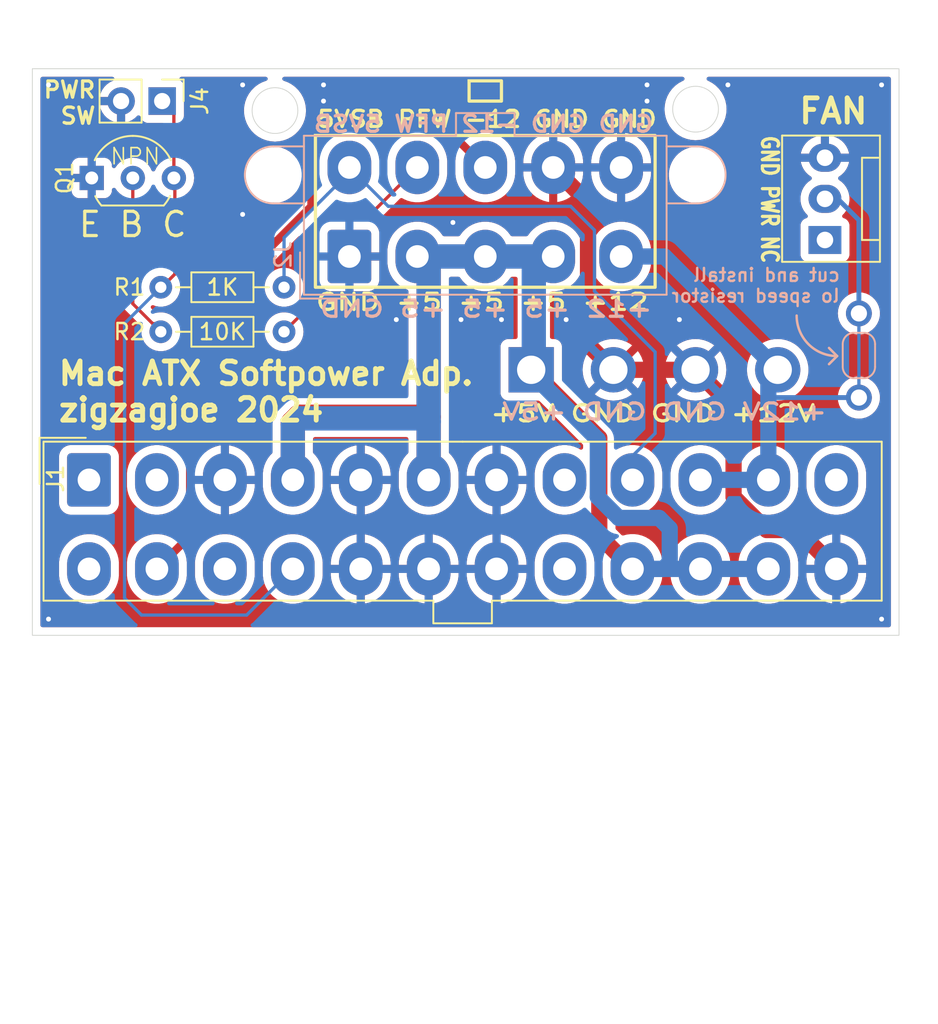
<source format=kicad_pcb>
(kicad_pcb (version 20240108) (generator "pcbnew") (generator_version "8.0")
  (layers (0 "F.Cu" signal) (31 "B.Cu" signal) (34 "B.Paste" user) (35 "F.Paste" user) (36 "B.SilkS" user "B.Silkscreen") (37 "F.SilkS" user "F.Silkscreen") (38 "B.Mask" user) (39 "F.Mask" user) (44 "Edge.Cuts" user))
  (net 0 "")
  (net 2 "/5VSB")
  (net 3 "GND")
  (net 4 "+5V")
  (net 5 "+12V")
  (net 7 "/PS_ON")
  (net 11 "-12V")
  (net 13 "/{slash}PFW")
  (net 14 "Net-(Q1-B)")
  (net 16 "Net-(JR3-A)")
  (footprint "Resistor_THT:R_Axial_DIN0204_L3.6mm_D1.6mm_P7.62mm_Horizontal" (layer "F.Cu") (at 121.94 73.25)
    (property "Reference" "R2" (at -1.94 0 360) (layer "F.SilkS"))
    (property "Value" "10K" (at 3.81 0 360) (layer "F.SilkS"))
    (fp_line (start 0.94 0) (end 1.89 0) (stroke (width 0.12)) (layer "F.SilkS"))
    (fp_line (start 1.89 -0.92) (end 1.89 0.92) (stroke (width 0.12)) (layer "F.SilkS"))
    (fp_line (start 1.89 0.92) (end 5.73 0.92) (stroke (width 0.12)) (layer "F.SilkS"))
    (fp_line (start 5.73 -0.92) (end 1.89 -0.92) (stroke (width 0.12)) (layer "F.SilkS"))
    (fp_line (start 5.73 0.92) (end 5.73 -0.92) (stroke (width 0.12)) (layer "F.SilkS"))
    (fp_line (start 6.68 0) (end 5.73 0) (stroke (width 0.12)) (layer "F.SilkS"))
    (pad "1" thru_hole circle (at 0 0) (size 1.4 1.4) (drill 0.7) (layers "*.Cu" "*.Mask") (net 14 "Net-(Q1-B)"))
    (pad "2" thru_hole oval (at 7.62 0) (size 1.4 1.4) (drill 0.7) (layers "*.Cu" "*.Mask") (net 13 "/{slash}PFW"))
  )
  (footprint "Package_TO_SOT_THT:TO-92L_Inline_Wide" (layer "F.Cu") (at 117.67 63.75)
    (property "Reference" "Q1" (at -1.67 0 90) (layer "F.SilkS"))
    (property "Value" "Q_NPN_EBC")
    (fp_line (start 0.6 1.7) (end 4.45 1.7) (stroke (width 0.12)) (layer "F.SilkS"))
    (fp_arc (start 0.1836 -1.098807) (mid 1.143021 -2.192817) (end 2.54 -2.6) (stroke (width 0.12)) (layer "F.SilkS"))
    (fp_arc (start 0.6 1.7) (mid 0.389183 1.423933) (end 0.217369 1.122045) (stroke (width 0.12)) (layer "F.SilkS"))
    (fp_arc (start 2.54 -2.6) (mid 3.936979 -2.192818) (end 4.8964 -1.098807) (stroke (width 0.12)) (layer "F.SilkS"))
    (fp_arc (start 4.842383 1.112264) (mid 4.666594 1.419753) (end 4.45 1.7) (stroke (width 0.12)) (layer "F.SilkS"))
    (pad "1" thru_hole rect (at 0 0) (size 1.5 1.5) (drill 0.8) (layers "*.Cu" "*.Mask") (net 3 "GND"))
    (pad "2" thru_hole circle (at 2.54 0) (size 1.5 1.5) (drill 0.8) (layers "*.Cu" "*.Mask") (net 14 "Net-(Q1-B)"))
    (pad "3" thru_hole circle (at 5.08 0) (size 1.5 1.5) (drill 0.8) (layers "*.Cu" "*.Mask") (net 7 "/PS_ON"))
  )
  (footprint "Connector:FanPinHeader_1x03_P2.54mm_Vertical" (layer "F.Cu") (at 163 67.58 90)
    (property "Reference" "M1")
    (property "Value" "Fan_3pin")
    (fp_line (start 6.45 -2.65) (end 6.45 3.4) (stroke (width 0.12)) (layer "F.SilkS"))
    (fp_line (start -1.35 -2.65) (end 6.45 -2.65) (stroke (width 0.12)) (layer "F.SilkS"))
    (fp_line (start 5.08 2.29) (end 5.08 3.3) (stroke (width 0.12)) (layer "F.SilkS"))
    (fp_line (start 0 2.29) (end 5.08 2.29) (stroke (width 0.12)) (layer "F.SilkS"))
    (fp_line (start 0 3.3) (end 0 2.29) (stroke (width 0.12)) (layer "F.SilkS"))
    (fp_line (start 6.45 3.4) (end -1.35 3.4) (stroke (width 0.12)) (layer "F.SilkS"))
    (fp_line (start -1.35 3.4) (end -1.35 -2.65) (stroke (width 0.12)) (layer "F.SilkS"))
    (pad "1" thru_hole rect (at 0 0 180) (size 2.03 1.73) (drill 1.02) (layers "*.Cu" "*.Mask"))
    (pad "2" thru_hole oval (at 2.54 0 180) (size 2.03 1.73) (drill 1.02) (layers "*.Cu" "*.Mask") (net 16 "Net-(JR3-A)"))
    (pad "3" thru_hole oval (at 5.08 0 180) (size 2.03 1.73) (drill 1.02) (layers "*.Cu" "*.Mask") (net 3 "GND"))
  )
  (footprint "Resistor_THT:R_Axial_DIN0204_L3.6mm_D1.6mm_P7.62mm_Horizontal" (layer "F.Cu") (at 129.56 70.5 180)
    (property "Reference" "R1" (at 9.56 0 360) (layer "F.SilkS"))
    (property "Value" "1K" (at 3.81 0 360) (layer "F.SilkS"))
    (fp_line (start 6.68 0) (end 5.73 0) (stroke (width 0.12)) (layer "F.SilkS"))
    (fp_line (start 5.73 0.92) (end 5.73 -0.92) (stroke (width 0.12)) (layer "F.SilkS"))
    (fp_line (start 5.73 -0.92) (end 1.89 -0.92) (stroke (width 0.12)) (layer "F.SilkS"))
    (fp_line (start 1.89 0.92) (end 5.73 0.92) (stroke (width 0.12)) (layer "F.SilkS"))
    (fp_line (start 1.89 -0.92) (end 1.89 0.92) (stroke (width 0.12)) (layer "F.SilkS"))
    (fp_line (start 0.94 0) (end 1.89 0) (stroke (width 0.12)) (layer "F.SilkS"))
    (pad "1" thru_hole circle (at 0 0 180) (size 1.4 1.4) (drill 0.7) (layers "*.Cu" "*.Mask") (net 2 "/5VSB"))
    (pad "2" thru_hole oval (at 7.62 0 180) (size 1.4 1.4) (drill 0.7) (layers "*.Cu" "*.Mask") (net 7 "/PS_ON"))
  )
  (footprint "Connector_Samtec_HPM_THT:Samtec_HPM-04-05-x-S_Straight_1x04_Pitch5.08mm" (layer "F.Cu") (at 144.84 75.6 90)
    (property "Reference" "J3")
    (property "Value" "Conn_01x04_Pin")
    (pad "1" thru_hole rect (at 0 0 90) (size 2.8 2.8) (drill 1.75) (layers "*.Cu" "*.Mask") (net 4 "+5V"))
    (pad "2" thru_hole circle (at 0 5.08 90) (size 2.8 2.8) (drill 1.75) (layers "*.Cu" "*.Mask") (net 3 "GND"))
    (pad "3" thru_hole circle (at 0 10.16 90) (size 2.8 2.8) (drill 1.75) (layers "*.Cu" "*.Mask") (net 3 "GND"))
    (pad "4" thru_hole circle (at 0 15.24 90) (size 2.8 2.8) (drill 1.75) (layers "*.Cu" "*.Mask") (net 5 "+12V"))
  )
  (footprint "Connector_Molex:Molex_Mini-Fit_Jr_5566-24A_2x12_P4.20mm_Vertical" (layer "F.Cu") (at 117.5 82.4)
    (property "Reference" "J1" (at -2.060773 -0.080323 90) (layer "F.SilkS"))
    (property "Value" "Conn_02x12_Top_Bottom")
    (fp_line (start -3.05 -2.6) (end -3.05 0.25) (stroke (width 0.12)) (layer "F.SilkS"))
    (fp_line (start -2.81 -2.36) (end -2.81 7.46) (stroke (width 0.12)) (layer "F.SilkS"))
    (fp_line (start -2.81 7.46) (end 21.29 7.46) (stroke (width 0.12)) (layer "F.SilkS"))
    (fp_line (start -0.2 -2.6) (end -3.05 -2.6) (stroke (width 0.12)) (layer "F.SilkS"))
    (fp_line (start 21.29 7.46) (end 21.29 8.86) (stroke (width 0.12)) (layer "F.SilkS"))
    (fp_line (start 21.29 8.86) (end 23.1 8.86) (stroke (width 0.12)) (layer "F.SilkS"))
    (fp_line (start 23.1 -2.36) (end -2.81 -2.36) (stroke (width 0.12)) (layer "F.SilkS"))
    (fp_line (start 23.1 -2.36) (end 49.01 -2.36) (stroke (width 0.12)) (layer "F.SilkS"))
    (fp_line (start 24.91 7.46) (end 24.91 8.86) (stroke (width 0.12)) (layer "F.SilkS"))
    (fp_line (start 24.91 8.86) (end 23.1 8.86) (stroke (width 0.12)) (layer "F.SilkS"))
    (fp_line (start 49.01 -2.36) (end 49.01 7.46) (stroke (width 0.12)) (layer "F.SilkS"))
    (fp_line (start 49.01 7.46) (end 24.91 7.46) (stroke (width 0.12)) (layer "F.SilkS"))
    (pad "1" thru_hole roundrect (at 0 0) (size 2.7 3.3) (drill 1.4) (layers "*.Cu" "*.Mask") (roundrect_rratio 0.092593))
    (pad "2" thru_hole oval (at 4.2 0) (size 2.7 3.3) (drill 1.4) (layers "*.Cu" "*.Mask"))
    (pad "3" thru_hole oval (at 8.4 0) (size 2.7 3.3) (drill 1.4) (layers "*.Cu" "*.Mask") (net 3 "GND"))
    (pad "4" thru_hole oval (at 12.6 0) (size 2.7 3.3) (drill 1.4) (layers "*.Cu" "*.Mask") (net 4 "+5V"))
    (pad "5" thru_hole oval (at 16.8 0) (size 2.7 3.3) (drill 1.4) (layers "*.Cu" "*.Mask") (net 3 "GND"))
    (pad "6" thru_hole oval (at 21 0) (size 2.7 3.3) (drill 1.4) (layers "*.Cu" "*.Mask") (net 4 "+5V"))
    (pad "7" thru_hole oval (at 25.2 0) (size 2.7 3.3) (drill 1.4) (layers "*.Cu" "*.Mask") (net 3 "GND"))
    (pad "8" thru_hole oval (at 29.4 0) (size 2.7 3.3) (drill 1.4) (layers "*.Cu" "*.Mask"))
    (pad "9" thru_hole oval (at 33.6 0) (size 2.7 3.3) (drill 1.4) (layers "*.Cu" "*.Mask") (net 2 "/5VSB"))
    (pad "10" thru_hole oval (at 37.8 0) (size 2.7 3.3) (drill 1.4) (layers "*.Cu" "*.Mask") (net 5 "+12V"))
    (pad "11" thru_hole oval (at 42 0) (size 2.7 3.3) (drill 1.4) (layers "*.Cu" "*.Mask") (net 5 "+12V"))
    (pad "12" thru_hole oval (at 46.2 0) (size 2.7 3.3) (drill 1.4) (layers "*.Cu" "*.Mask"))
    (pad "13" thru_hole oval (at 0 5.5) (size 2.7 3.3) (drill 1.4) (layers "*.Cu" "*.Mask"))
    (pad "14" thru_hole oval (at 4.2 5.5) (size 2.7 3.3) (drill 1.4) (layers "*.Cu" "*.Mask") (net 11 "-12V"))
    (pad "15" thru_hole oval (at 8.4 5.5) (size 2.7 3.3) (drill 1.4) (layers "*.Cu" "*.Mask"))
    (pad "16" thru_hole oval (at 12.6 5.5) (size 2.7 3.3) (drill 1.4) (layers "*.Cu" "*.Mask") (net 7 "/PS_ON"))
    (pad "17" thru_hole oval (at 16.8 5.5) (size 2.7 3.3) (drill 1.4) (layers "*.Cu" "*.Mask") (net 3 "GND"))
    (pad "18" thru_hole oval (at 21 5.5) (size 2.7 3.3) (drill 1.4) (layers "*.Cu" "*.Mask") (net 3 "GND"))
    (pad "19" thru_hole oval (at 25.2 5.5) (size 2.7 3.3) (drill 1.4) (layers "*.Cu" "*.Mask") (net 3 "GND"))
    (pad "20" thru_hole oval (at 29.4 5.5) (size 2.7 3.3) (drill 1.4) (layers "*.Cu" "*.Mask"))
    (pad "21" thru_hole oval (at 33.6 5.5) (size 2.7 3.3) (drill 1.4) (layers "*.Cu" "*.Mask") (net 4 "+5V"))
    (pad "22" thru_hole oval (at 37.8 5.5) (size 2.7 3.3) (drill 1.4) (layers "*.Cu" "*.Mask") (net 4 "+5V"))
    (pad "23" thru_hole oval (at 42 5.5) (size 2.7 3.3) (drill 1.4) (layers "*.Cu" "*.Mask") (net 4 "+5V"))
    (pad "24" thru_hole oval (at 46.2 5.5) (size 2.7 3.3) (drill 1.4) (layers "*.Cu" "*.Mask") (net 3 "GND"))
  )
  (footprint "Connector_PinHeader_2.54mm:PinHeader_1x02_P2.54mm_Vertical" (layer "F.Cu") (at 122.025 59 -90)
    (property "Reference" "J4" (at 0 -2.33 90) (layer "F.SilkS"))
    (property "Value" "Conn_01x02_Pin")
    (fp_line (start -1.33 3.87) (end 1.33 3.87) (stroke (width 0.12)) (layer "F.SilkS"))
    (fp_line (start -1.33 1.27) (end -1.33 3.87) (stroke (width 0.12)) (layer "F.SilkS"))
    (fp_line (start -1.33 1.27) (end 1.33 1.27) (stroke (width 0.12)) (layer "F.SilkS"))
    (fp_line (start 1.33 1.27) (end 1.33 3.87) (stroke (width 0.12)) (layer "F.SilkS"))
    (fp_line (start -1.33 0) (end -1.33 -1.33) (stroke (width 0.12)) (layer "F.SilkS"))
    (fp_line (start -1.33 -1.33) (end 0 -1.33) (stroke (width 0.12)) (layer "F.SilkS"))
    (pad "1" thru_hole rect (at 0 0 270) (size 1.7 1.7) (drill 1) (layers "*.Cu" "*.Mask") (net 7 "/PS_ON"))
    (pad "2" thru_hole oval (at 0 2.54 270) (size 1.7 1.7) (drill 1) (layers "*.Cu" "*.Mask") (net 3 "GND"))
  )
  (footprint "Connector_Molex:Molex_Mini-Fit_Jr_5566-10A2_2x05_P4.20mm_Vertical" (layer "B.Cu") (at 133.6 68.6)
    (property "Reference" "J2" (at -4.1 -0.1 90) (layer "B.SilkS") (effects (justify mirror)))
    (property "Value" "Conn_02x05_Top_Bottom")
    (fp_line (start -3.05 -0.25) (end -3.05 2.6) (stroke (width 0.12)) (layer "B.SilkS"))
    (fp_line (start -3.05 2.6) (end -0.2 2.6) (stroke (width 0.12)) (layer "B.SilkS"))
    (fp_line (start -2.81 -7.46) (end -2.81 2.36) (stroke (width 0.12)) (layer "B.SilkS"))
    (fp_line (start -2.81 -6.8) (end -4.7 -6.8) (stroke (width 0.12)) (layer "B.SilkS"))
    (fp_line (start -2.81 -3.28) (end -4.7 -3.28) (stroke (width 0.12)) (layer "B.SilkS"))
    (fp_line (start -2.81 2.36) (end 8.4 2.36) (stroke (width 0.12)) (layer "B.SilkS"))
    (fp_line (start 6.59 -8.86) (end 6.59 -7.46) (stroke (width 0.12)) (layer "B.SilkS"))
    (fp_line (start 6.59 -7.46) (end -2.81 -7.46) (stroke (width 0.12)) (layer "B.SilkS"))
    (fp_line (start 8.4 -8.86) (end 6.59 -8.86) (stroke (width 0.12)) (layer "B.SilkS"))
    (fp_line (start 8.4 -8.86) (end 10.21 -8.86) (stroke (width 0.12)) (layer "B.SilkS"))
    (fp_line (start 10.21 -8.86) (end 10.21 -7.46) (stroke (width 0.12)) (layer "B.SilkS"))
    (fp_line (start 10.21 -7.46) (end 19.61 -7.46) (stroke (width 0.12)) (layer "B.SilkS"))
    (fp_line (start 19.61 -7.46) (end 19.61 2.36) (stroke (width 0.12)) (layer "B.SilkS"))
    (fp_line (start 19.61 -6.8) (end 21.5 -6.8) (stroke (width 0.12)) (layer "B.SilkS"))
    (fp_line (start 19.61 -3.28) (end 21.5 -3.28) (stroke (width 0.12)) (layer "B.SilkS"))
    (fp_line (start 19.61 2.36) (end 8.4 2.36) (stroke (width 0.12)) (layer "B.SilkS"))
    (fp_arc (start -4.7 -3.28) (mid -6.46 -5.04) (end -4.7 -6.8) (stroke (width 0.12)) (layer "B.SilkS"))
    (fp_arc (start 21.5 -6.8) (mid 23.26 -5.04) (end 21.5 -3.28) (stroke (width 0.12)) (layer "B.SilkS"))
    (pad "" np_thru_hole circle (at -4.7 -5.04) (size 3 3) (drill 3) (layers "*.Cu" "*.Mask"))
    (pad "" np_thru_hole circle (at 21.5 -5.04) (size 3 3) (drill 3) (layers "*.Cu" "*.Mask"))
    (pad "1" thru_hole roundrect (at 0 0) (size 2.7 3.3) (drill 1.4) (layers "*.Cu" "*.Mask") (roundrect_rratio 0.092593) (net 3 "GND"))
    (pad "2" thru_hole oval (at 4.2 0) (size 2.7 3.3) (drill 1.4) (layers "*.Cu" "*.Mask") (net 4 "+5V"))
    (pad "3" thru_hole oval (at 8.4 0) (size 2.7 3.3) (drill 1.4) (layers "*.Cu" "*.Mask") (net 4 "+5V"))
    (pad "4" thru_hole oval (at 12.6 0) (size 2.7 3.3) (drill 1.4) (layers "*.Cu" "*.Mask") (net 4 "+5V"))
    (pad "5" thru_hole oval (at 16.8 0) (size 2.7 3.3) (drill 1.4) (layers "*.Cu" "*.Mask") (net 5 "+12V"))
    (pad "6" thru_hole oval (at 0 -5.5) (size 2.7 3.3) (drill 1.4) (layers "*.Cu" "*.Mask") (net 2 "/5VSB"))
    (pad "7" thru_hole oval (at 4.2 -5.5) (size 2.7 3.3) (drill 1.4) (layers "*.Cu" "*.Mask") (net 13 "/{slash}PFW"))
    (pad "8" thru_hole oval (at 8.4 -5.5) (size 2.7 3.3) (drill 1.4) (layers "*.Cu" "*.Mask") (net 11 "-12V"))
    (pad "9" thru_hole oval (at 12.6 -5.5) (size 2.7 3.3) (drill 1.4) (layers "*.Cu" "*.Mask") (net 3 "GND"))
    (pad "10" thru_hole oval (at 16.8 -5.5) (size 2.7 3.3) (drill 1.4) (layers "*.Cu" "*.Mask") (net 3 "GND"))
  )
  (footprint "SockeBooster:SolderJumper-2 Bridged Resistor THT" (layer "B.Cu") (at 165.098028 74.615207 -90)
    (property "Reference" "JR3")
    (property "Value" "SolderJumper_2_Bridged")
    (fp_poly (pts (xy 1.95 0.1) (xy -1.75 0.1) (xy -1.75 -0.1) (xy 1.95 -0.1)) (fill solid) (layer "B.Cu"))
    (fp_line (start 0.8 1) (end -0.6 1) (stroke (width 0.12)) (layer "B.SilkS"))
    (fp_line (start -1.3 0.3) (end -1.3 -0.3) (stroke (width 0.12)) (layer "B.SilkS"))
    (fp_line (start 1.5 -0.3) (end 1.5 0.3) (stroke (width 0.12)) (layer "B.SilkS"))
    (fp_line (start -0.6 -1) (end 0.8 -1) (stroke (width 0.12)) (layer "B.SilkS"))
    (fp_arc (start -0.6 1) (mid -1.094975 0.794975) (end -1.3 0.3) (stroke (width 0.12)) (layer "B.SilkS"))
    (fp_arc (start 1.5 0.3) (mid 1.294975 0.794975) (end 0.8 1) (stroke (width 0.12)) (layer "B.SilkS"))
    (fp_arc (start -1.3 -0.3) (mid -1.094975 -0.794975) (end -0.6 -1) (stroke (width 0.12)) (layer "B.SilkS"))
    (fp_arc (start 0.8 -1) (mid 1.294975 -0.794975) (end 1.5 -0.3) (stroke (width 0.12)) (layer "B.SilkS"))
    (pad "1" thru_hole circle (at -2.5 0 270) (size 1.6 1.6) (drill 1) (layers "*.Cu" "*.Mask") (net 16 "Net-(JR3-A)"))
    (pad "2" thru_hole circle (at 2.7 0 270) (size 1.6 1.6) (drill 1) (layers "*.Cu" "*.Mask") (net 5 "+12V"))
  )
  (gr_line (start 163.75 74.75) (end 163.25 75.25) (stroke (width 0.153)) (layer "B.SilkS"))
  (gr_arc (start 163.75 74.75) (mid 161.982233 74.017767) (end 161.25 72.25) (stroke (width 0.153)) (layer "B.SilkS"))
  (gr_line (start 163.75 74.75) (end 163.25 74.25) (stroke (width 0.153)) (layer "B.SilkS"))
  (gr_rect (start 141 57.75) (end 143 59) (stroke (width 0.2)) (fill none) (layer "F.SilkS"))
  (gr_rect (start 131.5 61.125) (end 152.5 70.5) (stroke (width 0.2)) (fill none) (layer "F.SilkS"))
  (gr_circle (center 155 59.5) (end 156 60.5) (stroke (width 0.05)) (fill none) (layer "Edge.Cuts"))
  (gr_circle (center 129 59.585787) (end 130 60.585787) (stroke (width 0.05)) (fill none) (layer "Edge.Cuts"))
  (gr_rect (start 114 57) (end 167.576972 92) (stroke (width 0.05)) (fill none) (layer "Edge.Cuts"))
  (gr_text "+12V GND GND +5V" (at 163.25 78.775 0) (layer "B.SilkS") (effects (font (size 1 1.3) (thickness 0.2) (bold yes)) (justify left bottom mirror)))
  (gr_text "GND GND -12 PFW 5VSB" (at 152.5 61 0) (layer "B.SilkS") (effects (font (size 1 1.1) (thickness 0.2) (bold yes)) (justify left bottom mirror)))
  (gr_text "+12 +5 +5 +5 GND" (at 152.46 72.425 0) (layer "B.SilkS") (effects (font (size 1 1.3) (thickness 0.2) (bold yes)) (justify left bottom mirror)))
  (gr_text "cut and install\nlo speed resistor" (at 164 71.5 0) (layer "B.SilkS") (effects (font (size 0.8 0.8) (thickness 0.15) (bold yes)) (justify left bottom mirror)))
  (gr_text "5VSB PFW -12 GND GND" (at 131.5 60.7 0) (layer "F.SilkS") (effects (font (size 1 1.1) (thickness 0.2) (bold yes)) (justify left bottom)))
  (gr_text "GND PWR NC" (at 159 61.04 -90) (layer "F.SilkS") (effects (font (size 1 0.8) (thickness 0.2) (bold yes)) (justify left bottom)))
  (gr_text "E B C" (at 116.75 67.5 0) (layer "F.SilkS") (effects (font (size 1.5 1.5) (thickness 0.2) (bold yes)) (justify left bottom)))
  (gr_text "Mac ATX Softpower Adp.\nzigzagjoe 2024" (at 115.484182 78.896673 0) (layer "F.SilkS") (effects (font (size 1.4 1.4) (thickness 0.3) (bold yes)) (justify left bottom)))
  (gr_text "FAN" (at 161.25 60.5 0) (layer "F.SilkS") (effects (font (size 1.5 1.5) (thickness 0.3) (bold yes)) (justify left bottom)))
  (gr_text "GND +5 +5 +5 +12" (at 131.4 72 0) (layer "F.SilkS") (effects (font (size 1 1.3) (thickness 0.2) (bold yes)) (justify left bottom)))
  (gr_text "+5V GND GND +12V" (at 142.19 78.885 0) (layer "F.SilkS") (effects (font (size 1 1.3) (thickness 0.2) (bold yes)) (justify left bottom)))
  (gr_text "PWR\nSW" (at 118 60.5 0) (layer "F.SilkS") (effects (font (size 1 1) (thickness 0.2) (bold yes)) (justify right bottom)))
  (gr_text "NPN" (at 118.75 63 0) (layer "F.SilkS") (effects (font (size 1 1) (thickness 0.1)) (justify left bottom)))
  (segment (start 133.6 63.1) (end 133.6 63.4) (width 0.2) (layer "B.Cu") (net 2))
  (segment (start 148.75 66.972182) (end 147.277818 65.5) (width 0.2) (layer "B.Cu") (net 2))
  (segment (start 151.1 82.4) (end 151.1 80.923363) (width 0.2) (layer "B.Cu") (net 2))
  (segment (start 132.25 64.75) (end 129.56 67.44) (width 0.2) (layer "B.Cu") (net 2))
  (segment (start 151.1 80.923363) (end 152.5 79.523363) (width 0.2) (layer "B.Cu") (net 2))
  (segment (start 136 65.5) (end 133.6 63.1) (width 0.2) (layer "B.Cu") (net 2))
  (segment (start 147.277818 65.5) (end 136 65.5) (width 0.2) (layer "B.Cu") (net 2))
  (segment (start 152.5 74.5) (end 148.75 70.75) (width 0.2) (layer "B.Cu") (net 2))
  (segment (start 148.75 70.75) (end 148.75 66.972182) (width 0.2) (layer "B.Cu") (net 2))
  (segment (start 129.56 67.44) (end 129.56 70.5) (width 0.2) (layer "B.Cu") (net 2))
  (segment (start 133.6 63.4) (end 132.25 64.75) (width 0.2) (layer "B.Cu") (net 2))
  (segment (start 152.5 79.523363) (end 152.5 74.5) (width 0.2) (layer "B.Cu") (net 2))
  (segment (start 148.35 65.25) (end 146.2 63.1) (width 1) (layer "F.Cu") (net 3))
  (segment (start 149.92 75.6) (end 148.35 74.03) (width 1) (layer "F.Cu") (net 3))
  (segment (start 155 75.6) (end 149.92 75.6) (width 1) (layer "F.Cu") (net 3))
  (segment (start 159.400862 85.5) (end 161.3 85.5) (width 1) (layer "F.Cu") (net 3))
  (segment (start 148.35 74.03) (end 148.35 65.25) (width 1) (layer "F.Cu") (net 3))
  (segment (start 155 75.6) (end 157.35 77.95) (width 1) (layer "F.Cu") (net 3))
  (segment (start 157.35 83.449138) (end 159.400862 85.5) (width 1) (layer "F.Cu") (net 3))
  (segment (start 161.3 85.5) (end 163.7 87.9) (width 1) (layer "F.Cu") (net 3))
  (segment (start 157.35 77.95) (end 157.35 83.449138) (width 1) (layer "F.Cu") (net 3))
  (via (at 132 58) (size 0.6) (drill 0.3) (layers "F.Cu" "B.Cu") (net 3))
  (via (at 157 58) (size 0.6) (drill 0.3) (layers "F.Cu" "B.Cu") (net 3))
  (via (at 127 58) (size 0.6) (drill 0.3) (layers "F.Cu" "B.Cu") (net 3))
  (via (at 152 58) (size 0.6) (drill 0.3) (layers "F.Cu" "B.Cu") (net 3))
  (via (at 140 66.5) (size 0.6) (drill 0.3) (layers "F.Cu" "B.Cu") (net 3))
  (via (at 115 91) (size 0.6) (drill 0.3) (layers "F.Cu" "B.Cu") (net 3))
  (via (at 115 58) (size 0.6) (drill 0.3) (layers "F.Cu" "B.Cu") (net 3))
  (via (at 147 72.5) (size 0.6) (drill 0.3) (layers "F.Cu" "B.Cu") (net 3))
  (via (at 152 59) (size 0.6) (drill 0.3) (layers "F.Cu" "B.Cu") (net 3))
  (via (at 140.5 72.5) (size 0.6) (drill 0.3) (layers "F.Cu" "B.Cu") (net 3))
  (via (at 166.5 58) (size 0.6) (drill 0.3) (layers "F.Cu" "B.Cu") (net 3))
  (via (at 143 72.5) (size 0.6) (drill 0.3) (layers "F.Cu" "B.Cu") (net 3))
  (via (at 154 72.5) (size 0.6) (drill 0.3) (layers "F.Cu" "B.Cu") (net 3))
  (via (at 127 66) (size 0.6) (drill 0.3) (layers "F.Cu" "B.Cu") (net 3))
  (via (at 136.5 72.5) (size 0.6) (drill 0.3) (layers "F.Cu" "B.Cu") (net 3))
  (via (at 166.5 91) (size 0.6) (drill 0.3) (layers "F.Cu" "B.Cu") (net 3))
  (via (at 132 59) (size 0.6) (drill 0.3) (layers "F.Cu" "B.Cu") (net 3))
  (segment (start 145 75.44) (end 145 69.8) (width 1) (layer "F.Cu") (net 4))
  (segment (start 149.05 85.85) (end 149.05 79.81) (width 1) (layer "F.Cu") (net 4))
  (segment (start 138.5 78.5) (end 138.5 69.3) (width 1.5) (layer "F.Cu") (net 4))
  (segment (start 151.1 87.9) (end 149.05 85.85) (width 1) (layer "F.Cu") (net 4))
  (segment (start 149.05 79.81) (end 144.84 75.6) (width 1) (layer "F.Cu") (net 4))
  (segment (start 144.84 75.6) (end 145 75.44) (width 1) (layer "F.Cu") (net 4))
  (segment (start 138.5 69.3) (end 137.8 68.6) (width 1) (layer "F.Cu") (net 4))
  (segment (start 145 69.8) (end 146.2 68.6) (width 1) (layer "F.Cu") (net 4))
  (segment (start 137.8 68.6) (end 146.2 68.6) (width 1.5) (layer "F.Cu") (net 4))
  (segment (start 130.5 78.5) (end 138.5 78.5) (width 1.5) (layer "F.Cu") (net 4))
  (segment (start 138.5 82.4) (end 138.5 78.5) (width 1.5) (layer "F.Cu") (net 4))
  (segment (start 130.1 78.9) (end 130.5 78.5) (width 1.5) (layer "F.Cu") (net 4))
  (segment (start 130.1 82.4) (end 130.1 78.9) (width 1.5) (layer "F.Cu") (net 4))
  (segment (start 148.956431 79.911165) (end 148.956431 83.455569) (width 1) (layer "B.Cu") (net 4))
  (segment (start 153.403526 85.403526) (end 153.403526 87.496474) (width 1) (layer "B.Cu") (net 4))
  (segment (start 145 75.44) (end 145 70.25) (width 1.5) (layer "B.Cu") (net 4))
  (segment (start 144.84 75.6) (end 144.84 75.794734) (width 1) (layer "B.Cu") (net 4))
  (segment (start 153 87.9) (end 151.1 87.9) (width 1) (layer "B.Cu") (net 4))
  (segment (start 130.5 78.6) (end 138 78.6) (width 1.5) (layer "B.Cu") (net 4))
  (segment (start 144.84 75.794734) (end 147.005844 77.960578) (width 1) (layer "B.Cu") (net 4))
  (segment (start 145 70.25) (end 145 69.8) (width 1.5) (layer "B.Cu") (net 4))
  (segment (start 144.84 75.6) (end 145 75.44) (width 1) (layer "B.Cu") (net 4))
  (segment (start 151.1 87.9) (end 159.5 87.9) (width 1) (layer "B.Cu") (net 4))
  (segment (start 150.250862 84.75) (end 152.75 84.75) (width 1) (layer "B.Cu") (net 4))
  (segment (start 138.5 78.8) (end 138.5 69.3) (width 1.5) (layer "B.Cu") (net 4))
  (segment (start 130.1 82.4) (end 130.1 79) (width 1.5) (layer "B.Cu") (net 4))
  (segment (start 148.956431 83.455569) (end 150.250862 84.75) (width 1) (layer "B.Cu") (net 4))
  (segment (start 147.005844 77.960578) (end 148.956431 79.911165) (width 1) (layer "B.Cu") (net 4))
  (segment (start 138 78.6) (end 138.3 78.6) (width 1.5) (layer "B.Cu") (net 4))
  (segment (start 138.5 69.3) (end 137.8 68.6) (width 1.5) (layer "B.Cu") (net 4))
  (segment (start 145 68.642132) (end 145.013489 68.628643) (width 1) (layer "B.Cu") (net 4))
  (segment (start 138.5 82.4) (end 138.5 78.8) (width 1.5) (layer "B.Cu") (net 4))
  (segment (start 152.75 84.75) (end 153.403526 85.403526) (width 1) (layer "B.Cu") (net 4))
  (segment (start 137.8 68.6) (end 142 68.6) (width 1.5) (layer "B.Cu") (net 4))
  (segment (start 145 69.8) (end 146.2 68.6) (width 1.5) (layer "B.Cu") (net 4))
  (segment (start 142 68.6) (end 146.2 68.6) (width 1.5) (layer "B.Cu") (net 4))
  (segment (start 138.3 78.6) (end 138.5 78.8) (width 1.5) (layer "B.Cu") (net 4))
  (segment (start 130.1 79) (end 130.5 78.6) (width 1.5) (layer "B.Cu") (net 4))
  (segment (start 145 70.25) (end 145 68.642132) (width 1.5) (layer "B.Cu") (net 4))
  (segment (start 153.403526 87.496474) (end 153 87.9) (width 1) (layer "B.Cu") (net 4))
  (segment (start 159.684793 77.315207) (end 159.5 77.5) (width 0.3) (layer "B.Cu") (net 5))
  (segment (start 159.5 76.18) (end 160.08 75.6) (width 1) (layer "B.Cu") (net 5))
  (segment (start 165.098028 77.315207) (end 159.684793 77.315207) (width 0.3) (layer "B.Cu") (net 5))
  (segment (start 153.08 68.6) (end 150.4 68.6) (width 1) (layer "B.Cu") (net 5))
  (segment (start 159.5 77.5) (end 159.5 78) (width 0.3) (layer "B.Cu") (net 5))
  (segment (start 160.08 75.6) (end 153.08 68.6) (width 1) (layer "B.Cu") (net 5))
  (segment (start 159.5 82.4) (end 159.5 78) (width 1) (layer "B.Cu") (net 5))
  (segment (start 159.5 78) (end 159.5 76.18) (width 1) (layer "B.Cu") (net 5))
  (segment (start 159.5 82.4) (end 155.3 82.4) (width 1) (layer "B.Cu") (net 5))
  (segment (start 121.94 70.5) (end 122 70.5) (width 0.2) (layer "F.Cu") (net 7))
  (segment (start 122.75 59.725) (end 122.025 59) (width 0.2) (layer "F.Cu") (net 7))
  (segment (start 122 70.5) (end 122.81 69.69) (width 0.2) (layer "F.Cu") (net 7))
  (segment (start 122.75 63.75) (end 122.75 59.725) (width 0.2) (layer "F.Cu") (net 7))
  (segment (start 122.81 69.69) (end 122.81 63.44) (width 0.2) (layer "F.Cu") (net 7))
  (segment (start 120.75 90.75) (end 127.25 90.75) (width 0.2) (layer "B.Cu") (net 7))
  (segment (start 119.7 72.74) (end 119.7 89.7) (width 0.2) (layer "B.Cu") (net 7))
  (segment (start 127.25 90.75) (end 130.1 87.9) (width 0.2) (layer "B.Cu") (net 7))
  (segment (start 121.94 70.5) (end 119.7 72.74) (width 0.2) (layer "B.Cu") (net 7))
  (segment (start 119.7 89.7) (end 120.75 90.75) (width 0.2) (layer "B.Cu") (net 7))
  (segment (start 139.4 60.5) (end 132.500001 60.5) (width 0.5) (layer "F.Cu") (net 11))
  (segment (start 131.25 65.5) (end 123.75 73) (width 0.5) (layer "F.Cu") (net 11))
  (segment (start 123.75 85.85) (end 121.7 87.9) (width 0.5) (layer "F.Cu") (net 11))
  (segment (start 142 63.1) (end 139.4 60.5) (width 0.5) (layer "F.Cu") (net 11))
  (segment (start 132.500001 60.5) (end 131.25 61.750001) (width 0.5) (layer "F.Cu") (net 11))
  (segment (start 131.25 61.750001) (end 131.25 65.5) (width 0.5) (layer "F.Cu") (net 11))
  (segment (start 123.75 73) (end 123.75 85.85) (width 0.5) (layer "F.Cu") (net 11))
  (segment (start 131.25 71.56) (end 129.87 72.94) (width 0.2) (layer "F.Cu") (net 13))
  (segment (start 131.975 66.1) (end 131.25 66.825) (width 0.2) (layer "F.Cu") (net 13))
  (segment (start 129.87 72.94) (end 129.56 72.94) (width 0.2) (layer "F.Cu") (net 13))
  (segment (start 134.8 66.1) (end 131.975 66.1) (width 0.2) (layer "F.Cu") (net 13))
  (segment (start 131.25 66.825) (end 131.25 71.56) (width 0.2) (layer "F.Cu") (net 13))
  (segment (start 137.8 63.1) (end 134.8 66.1) (width 0.2) (layer "F.Cu") (net 13))
  (segment (start 120.21 63.5) (end 120.21 71.52) (width 0.2) (layer "F.Cu") (net 14))
  (segment (start 120.21 71.52) (end 121.44 72.75) (width 0.2) (layer "F.Cu") (net 14))
  (segment (start 121.44 72.75) (end 121.94 72.75) (width 0.2) (layer "F.Cu") (net 14))
  (segment (start 163.79 65.04) (end 165.098028 66.348028) (width 0.3) (layer "B.Cu") (net 16))
  (segment (start 165.098028 66.348028) (end 165.098028 72.115207) (width 0.3) (layer "B.Cu") (net 16))
  (segment (start 163 65.04) (end 163.79 65.04) (width 0.3) (layer "B.Cu") (net 16))
  (zone (net 3) (net_name "GND") (layers "F&B.Cu") (connect_pads (clearance 0.5)) (min_thickness 0.25) (fill yes (thermal_gap 0.5) (thermal_bridge_width 0.5))
    (polygon (pts (xy 112 56) (xy 170 56) (xy 170 94) (xy 112 94)))
  )
)
</source>
